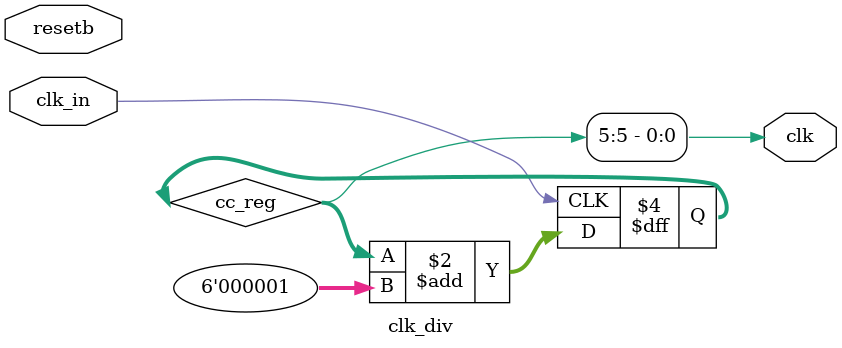
<source format=v>

module clk_div 
  #( parameter DIV = 5 //! Divide by
  )  
  (  input clk_in,    //! Clock input
     input resetb,    //! Use --! in VHDL 
     output clk ); 
   
   reg [5:0] cc_reg = 0; 

   assign clk = cc_reg[DIV]; 
   
   always @(posedge clk_in)
   begin
      //  if (!resetb)
      //    cc_reg <= 6'b111111;
      //  else
      cc_reg <= cc_reg + 6'h01;
   end
endmodule

</source>
